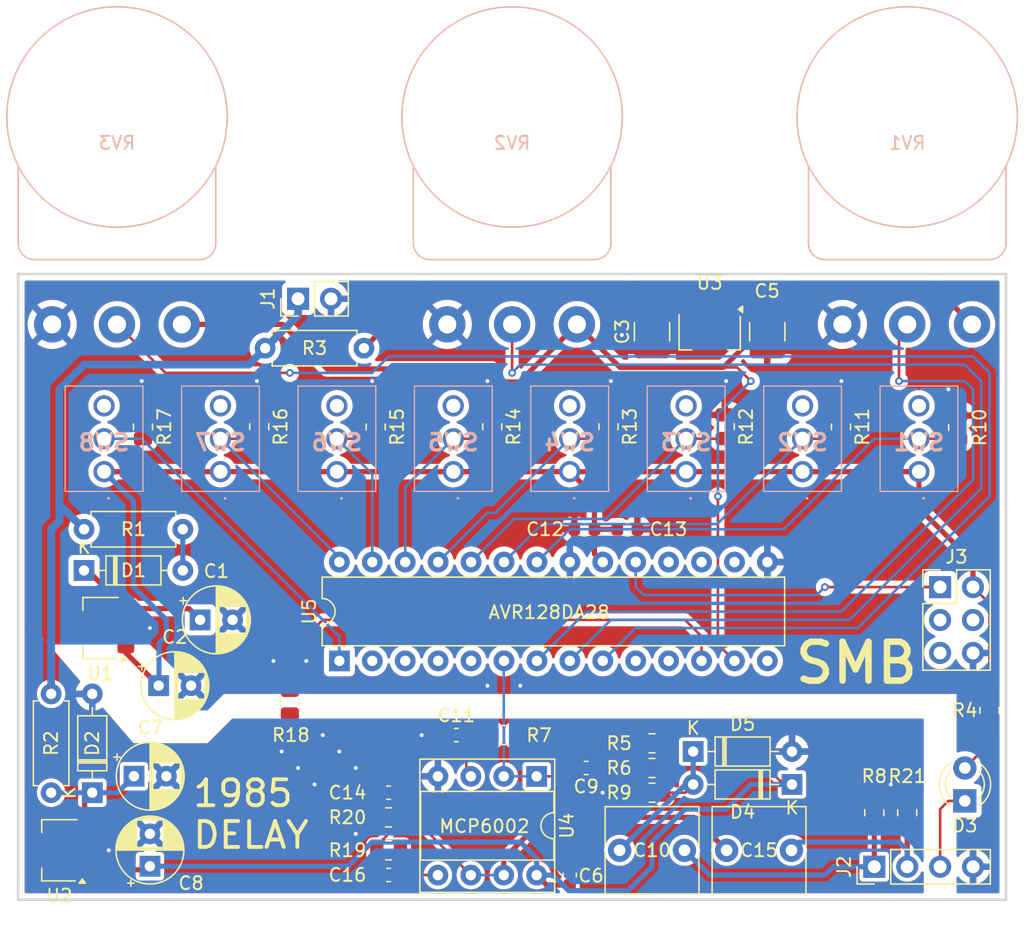
<source format=kicad_pcb>
(kicad_pcb (version 20240108) (generator "pcbnew") (generator_version "8.0")
  (layers (0 "F.Cu" signal) (31 "B.Cu" signal) (34 "B.Paste" user) (35 "F.Paste" user) (36 "B.SilkS" user "B.Silkscreen") (37 "F.SilkS" user "F.Silkscreen") (38 "B.Mask" user) (39 "F.Mask" user) (44 "Edge.Cuts" user))
  (net 0 "")
  (net 1 "GND")
  (net 2 "Net-(D1-K)")
  (net 3 "+5V")
  (net 4 "Net-(U3-IN)")
  (net 5 "+3.3VA")
  (net 6 "+3.3V")
  (net 7 "Net-(D2-K)")
  (net 8 "ADC")
  (net 9 "Net-(C9-Pad1)")
  (net 10 "IN")
  (net 11 "Net-(D4-A)")
  (net 12 "Net-(U4A-+)")
  (net 13 "Net-(U4B--)")
  (net 14 "Net-(C14-Pad1)")
  (net 15 "OUT")
  (net 16 "Net-(U4B-+)")
  (net 17 "Net-(D1-A)")
  (net 18 "LED SW")
  (net 19 "Net-(D3-A)")
  (net 20 "PWR IN")
  (net 22 "Net-(J3-DATA)")
  (net 25 "Net-(SW1-B)")
  (net 26 "Net-(SW2-B)")
  (net 27 "Net-(SW3-B)")
  (net 28 "Net-(SW4-B)")
  (net 29 "Net-(SW5-B)")
  (net 30 "Net-(SW6-B)")
  (net 31 "Net-(SW7-B)")
  (net 32 "Net-(SW8-B)")
  (net 33 "DAC")
  (net 34 "CTRL 1")
  (net 35 "CTRL 2")
  (net 36 "CTRL 3")
  (footprint "Resistor_SMD:R_0805_2012Metric" (layer "F.Cu") (at 190.473094 62.589558 -90)
    (property "Reference" "R11")
    (property "Value" "22k")
  )
  (footprint "Connector_PinHeader_2.54mm:PinHeader_2x03_P2.54mm_Vertical" (layer "F.Cu") (at 198.115 74.945)
    (property "Reference" "J3")
    (property "Value" "AVR-UPDI-6")
  )
  (footprint "Package_TO_SOT_SMD:SOT-89-3" (layer "F.Cu") (at 130.175 95.25 180)
    (property "Reference" "U2")
    (property "Value" "L78L33")
  )
  (footprint "Capacitor_SMD:C_0603_1608Metric" (layer "F.Cu") (at 170.815 88.9 180)
    (property "Reference" "C9")
    (property "Value" "10n")
  )
  (footprint "Resistor_SMD:R_0805_2012Metric" (layer "F.Cu") (at 163.56595 62.572343 -90)
    (property "Reference" "R14")
    (property "Value" "22k")
  )
  (footprint "LED_THT:LED_D3.0mm" (layer "F.Cu") (at 200.025 91.44 90)
    (property "Reference" "D3")
    (property "Value" "LED")
  )
  (footprint "Resistor_THT:R_Axial_DIN0207_L6.3mm_D2.5mm_P7.62mm_Horizontal" (layer "F.Cu") (at 129.54 83.185 -90)
    (property "Reference" "R2")
    (property "Value" "100R")
  )
  (footprint "Resistor_SMD:R_0805_2012Metric" (layer "F.Cu") (at 155.575 95.25)
    (property "Reference" "R19")
    (property "Value" "22k")
  )
  (footprint "Capacitor_SMD:C_0603_1608Metric" (layer "F.Cu") (at 155.575 90.805)
    (property "Reference" "C14")
    (property "Value" "10n")
  )
  (footprint "Resistor_SMD:R_0805_2012Metric" (layer "F.Cu") (at 136.624375 62.589558 -90)
    (property "Reference" "R17")
    (property "Value" "22k")
  )
  (footprint "Capacitor_THT:CP_Radial_D5.0mm_P2.50mm" (layer "F.Cu") (at 137.835 82.55)
    (property "Reference" "C2")
    (property "Value" "47u")
  )
  (footprint "Connector_PinHeader_2.54mm:PinHeader_1x02_P2.54mm_Vertical" (layer "F.Cu") (at 148.59 52.705 90)
    (property "Reference" "J1")
    (property "Value" "PWR")
  )
  (footprint "Resistor_SMD:R_0805_2012Metric" (layer "F.Cu") (at 199.511002 62.623989 -90)
    (property "Reference" "R10")
    (property "Value" "22k")
  )
  (footprint "Capacitor_SMD:C_0603_1608Metric" (layer "F.Cu") (at 170.675 70.485 180)
    (property "Reference" "C12")
    (property "Value" "100n")
  )
  (footprint "Resistor_SMD:R_0805_2012Metric" (layer "F.Cu") (at 201.93 84.455 -90)
    (property "Reference" "R4")
    (property "Value" "1k")
  )
  (footprint "Resistor_THT:R_Axial_DIN0207_L6.3mm_D2.5mm_P7.62mm_Horizontal" (layer "F.Cu") (at 146.05 56.515)
    (property "Reference" "R3")
    (property "Value" "100R")
  )
  (footprint "Diode_THT:D_DO-35_SOD27_P7.62mm_Horizontal" (layer "F.Cu") (at 132.715 90.805 90)
    (property "Reference" "D2")
    (property "Value" "D")
  )
  (footprint "Package_TO_SOT_SMD:SOT-89-3" (layer "F.Cu") (at 180.34 55.29 -90)
    (property "Reference" "U3")
    (property "Value" "L78L33")
  )
  (footprint "Capacitor_THT:CP_Radial_D5.0mm_P2.50mm" (layer "F.Cu") (at 137.16 96.48 90)
    (property "Reference" "C8")
    (property "Value" "47u")
  )
  (footprint "Resistor_SMD:R_0805_2012Metric" (layer "F.Cu") (at 175.895 90.805 180)
    (property "Reference" "R9")
    (property "Value" "1M")
  )
  (footprint "Diode_THT:D_DO-35_SOD27_P7.62mm_Horizontal" (layer "F.Cu") (at 186.69 90.17 180)
    (property "Reference" "D4")
    (property "Value" "BAT43")
  )
  (footprint "Capacitor_SMD:C_0603_1608Metric" (layer "F.Cu") (at 155.575 97.155 180)
    (property "Reference" "C16")
    (property "Value" "1n2")
  )
  (footprint "Resistor_SMD:R_0805_2012Metric" (layer "F.Cu") (at 175.895 86.995)
    (property "Reference" "R5")
    (property "Value" "1M")
  )
  (footprint "Capacitor_THT:CP_Radial_D5.0mm_P2.50mm" (layer "F.Cu") (at 135.93 89.535)
    (property "Reference" "C7")
    (property "Value" "47u")
  )
  (footprint "Package_DIP:DIP-28_W7.62mm" (layer "F.Cu") (at 151.775 80.635 90)
    (property "Reference" "U5")
    (property "Value" "AVR128DA28x-xSP")
  )
  (footprint "Capacitor_SMD:C_1210_3225Metric" (layer "F.Cu") (at 184.785 55.245 90)
    (property "Reference" "C5")
    (property "Value" "1u")
  )
  (footprint "Capacitor_SMD:C_1210_3225Metric" (layer "F.Cu") (at 175.895 55.245 90)
    (property "Reference" "C3")
    (property "Value" "1u")
  )
  (footprint "Connector_PinHeader_2.54mm:PinHeader_1x04_P2.54mm_Vertical" (layer "F.Cu") (at 193.04 96.52 90)
    (property "Reference" "J2")
    (property "Value" "Conn_01x04")
  )
  (footprint "Resistor_SMD:R_0805_2012Metric" (layer "F.Cu") (at 175.895 88.9 180)
    (property "Reference" "R6")
    (property "Value" "9k1")
  )
  (footprint "Resistor_SMD:R_0805_2012Metric" (layer "F.Cu") (at 147.955 83.82 -90)
    (property "Reference" "R18")
    (property "Value" "9k1")
  )
  (footprint "Resistor_SMD:R_0805_2012Metric" (layer "F.Cu") (at 164.465 86.36 180)
    (property "Reference" "R7")
    (property "Value" "22k")
  )
  (footprint "Capacitor_SMD:C_0603_1608Metric" (layer "F.Cu") (at 160.795 86.36 180)
    (property "Reference" "C11")
    (property "Value" "1n2")
  )
  (footprint "Capacitor_SMD:C_0603_1608Metric" (layer "F.Cu") (at 169.545 97.155 90)
    (property "Reference" "C6")
    (property "Value" "10n")
  )
  (footprint "Capacitor_THT:CP_Radial_D5.0mm_P2.50mm" (layer "F.Cu") (at 141.034888 77.47)
    (property "Reference" "C1")
    (property "Value" "47u")
  )
  (footprint "Capacitor_THT:C_Rect_L7.0mm_W6.5mm_P5.00mm" (layer "F.Cu") (at 181.65 95.25)
    (property "Reference" "C15")
    (property "Value" "1u")
  )
  (footprint "Resistor_SMD:R_0805_2012Metric" (layer "F.Cu") (at 193.04 92.3525 90)
    (property "Reference" "R8")
    (property "Value" "1M")
  )
  (footprint "Capacitor_THT:C_Rect_L7.0mm_W6.5mm_P5.00mm" (layer "F.Cu") (at 178.395 95.25 180)
    (property "Reference" "C10")
    (property "Value" "1u")
  )
  (footprint "Capacitor_SMD:C_0603_1608Metric" (layer "F.Cu") (at 173.99 70.485)
    (property "Reference" "C13")
    (property "Value" "1n")
  )
  (footprint "Resistor_SMD:R_0805_2012Metric" (layer "F.Cu") (at 155.575 92.71 180)
    (property "Reference" "R20")
    (property "Value" "1M")
  )
  (footprint "Resistor_SMD:R_0805_2012Metric" (layer "F.Cu") (at 181.504046 62.572343 -90)
    (property "Reference" "R12")
    (property "Value" "22k")
  )
  (footprint "Diode_THT:D_DO-35_SOD27_P7.62mm_Horizontal" (layer "F.Cu") (at 179.07 87.63)
    (property "Reference" "D5")
    (property "Value" "BAT43")
  )
  (footprint "Package_TO_SOT_SMD:SOT-89-3" (layer "F.Cu") (at 133.35 78.105 180)
    (property "Reference" "U1")
    (property "Value" "L78L05")
  )
  (footprint "Resistor_SMD:R_0805_2012Metric" (layer "F.Cu") (at 145.593423 62.572343 -90)
    (property "Reference" "R16")
    (property "Value" "22k")
  )
  (footprint "Resistor_SMD:R_0805_2012Metric" (layer "F.Cu") (at 154.579686 62.589558 -90)
    (property "Reference" "R15")
    (property "Value" "22k")
  )
  (footprint "Resistor_THT:R_Axial_DIN0207_L6.3mm_D2.5mm_P7.62mm_Horizontal" (layer "F.Cu") (at 132.08 70.485)
    (property "Reference" "R1")
    (property "Value" "100R")
  )
  (footprint "Package_DIP:DIP-8_W7.62mm_Socket" (layer "F.Cu") (at 166.995 89.545 -90)
    (property "Reference" "U4")
    (property "Value" "MCP6002-xP")
  )
  (footprint "Resistor_SMD:R_0805_2012Metric" (layer "F.Cu") (at 195.58 92.3525 90)
    (property "Reference" "R21")
    (property "Value" "1M")
  )
  (footprint "Resistor_SMD:R_0805_2012Metric" (layer "F.Cu") (at 172.534998 62.572343 -90)
    (property "Reference" "R13")
    (property "Value" "22k")
  )
  (footprint "Diode_THT:D_DO-35_SOD27_P7.62mm_Horizontal" (layer "F.Cu") (at 132.08 73.66)
    (property "Reference" "D1")
    (property "Value" "D")
  )
  (footprint "SPDT Switch:2MS1T1B3M2QES" (layer "B.Cu") (at 196.487144 66.04 180)
    (property "Reference" "SW1")
    (property "Value" "SW_SPDT" (hide yes))
  )
  (footprint "POT_ALPHA:RV16AF-41" (layer "B.Cu") (at 195.58 38.68 180)
    (property "Reference" "RV1")
    (property "Value" "100k CTRL1")
  )
  (footprint "SPDT Switch:2MS1T1B3M2QES" (layer "B.Cu") (at 178.525714 66.04 180)
    (property "Reference" "SW3")
    (property "Value" "SW_SPDT" (hide yes))
  )
  (footprint "POT_ALPHA:RV16AF-41" (layer "B.Cu") (at 134.62 38.68 180)
    (property "Reference" "RV3")
    (property "Value" "100k CTRL1")
  )
  (footprint "SPDT Switch:2MS1T1B3M2QES" (layer "B.Cu") (at 133.622144 66.04 180)
    (property "Reference" "SW8")
    (property "Value" "SW_SPDT" (hide yes))
  )
  (footprint "SPDT Switch:2MS1T1B3M2QES" (layer "B.Cu") (at 187.506428 66.04 180)
    (property "Reference" "SW2")
    (property "Value" "SW_SPDT" (hide yes))
  )
  (footprint "POT_ALPHA:RV16AF-41" (layer "B.Cu") (at 165.1 38.68 180)
    (property "Reference" "RV2")
    (property "Value" "100k CTRL1")
  )
  (footprint "SPDT Switch:2MS1T1B3M2QES" (layer "B.Cu") (at 142.602858 66.04 180)
    (property "Reference" "SW7")
    (property "Value" "SW_SPDT" (hide yes))
  )
  (footprint "SPDT Switch:2MS1T1B3M2QES" (layer "B.Cu") (at 169.545 66.04 180)
    (property "Reference" "SW4")
    (property "Value" "SW_SPDT" (hide yes))
  )
  (footprint "SPDT Switch:2MS1T1B3M2QES" (layer "B.Cu") (at 160.564286 66.04 180)
    (property "Reference" "SW5")
    (property "Value" "SW_SPDT" (hide yes))
  )
  (footprint "SPDT Switch:2MS1T1B3M2QES" (layer "B.Cu") (at 151.583572 66.04 180)
    (property "Reference" "SW6")
    (property "Value" "SW_SPDT" (hide yes))
  )
  (gr_rect (start 127 50.8) (end 203.2 99.06) (stroke (width 0.2)) (fill none) (layer "Edge.Cuts"))
  (gr_text "MCP6002" (at 159.385 93.98 0) (layer "F.SilkS") (effects (font (size 1 1)) (justify left bottom)))
  (gr_text "1985\nDELAY" (at 140.335 95.25 0) (layer "F.SilkS") (effects (font (size 2 2) (thickness 0.3)) (justify left bottom)))
  (gr_text "SMB" (at 186.69 82.55 0) (layer "F.SilkS") (effects (font (size 3 3) (thickness 0.5) (bold yes)) (justify left bottom)))
  (gr_text "AVR128DA28" (at 163.195 77.47 0) (layer "F.SilkS") (effects (font (size 1 1)) (justify left bottom)))
  (via (at 136.525 59.055) (size 0.6) (drill 0.3) (layers "F.Cu" "B.Cu") (net 1))
  (via (at 154.305 59.055) (size 0.6) (drill 0.3) (layers "F.Cu" "B.Cu") (net 1))
  (via (at 133.985 95.25) (size 0.6) (drill 0.3) (layers "F.Cu" "B.Cu") (net 1))
  (via (at 145.415 59.055) (size 0.6) (drill 0.3) (layers "F.Cu" "B.Cu") (net 1))
  (via (at 190.5 59.055) (size 0.6) (drill 0.3) (layers "F.Cu" "B.Cu") (net 1))
  (via (at 148.59 88.9) (size 0.6) (drill 0.3) (layers "F.Cu" "B.Cu") (net 1))
  (via (at 146.685 80.645) (size 0.6) (drill 0.3) (layers "F.Cu" "B.Cu") (net 1))
  (via (at 153.035 93.98) (size 0.6) (drill 0.3) (layers "F.Cu" "B.Cu") (net 1))
  (via (at 163.195 82.55) (size 0.6) (drill 0.3) (layers "F.Cu" "B.Cu") (net 1))
  (via (at 158.115 86.36) (size 0.6) (drill 0.3) (layers "F.Cu" "B.Cu") (net 1))
  (via (at 173.563207 55.49641) (size 0.6) (drill 0.3) (layers "F.Cu" "B.Cu") (net 1))
  (via (at 172.72 59.055) (size 0.6) (drill 0.3) (layers "F.Cu" "B.Cu") (net 1))
  (via (at 151.765 87.63) (size 0.6) (drill 0.3) (layers "F.Cu" "B.Cu") (net 1))
  (via (at 198.755 59.69) (size 0.6) (drill 0.3) (layers "F.Cu" "B.Cu") (net 1))
  (via (at 163.195 59.055) (size 0.6) (drill 0.3) (layers "F.Cu" "B.Cu") (net 1))
  (via (at 150.495 86.36) (size 0.6) (drill 0.3) (layers "F.Cu" "B.Cu") (net 1))
  (via (at 149.225 80.645) (size 0.6) (drill 0.3) (layers "F.Cu" "B.Cu") (net 1))
  (via (at 194.31 90.17) (size 0.6) (drill 0.3) (layers "F.Cu" "B.Cu") (net 1))
  (via (at 137.16 78.105) (size 0.6) (drill 0.3) (layers "F.Cu" "B.Cu") (net 1))
  (via (at 172.085 90.805) (size 0.6) (drill 0.3) (layers "F.Cu" "B.Cu") (net 1))
  (via (at 153.035 88.9) (size 0.6) (drill 0.3) (layers "F.Cu" "B.Cu") (net 1))
  (via (at 165.735 82.55) (size 0.6) (drill 0.3) (layers "F.Cu" "B.Cu") (net 1))
  (via (at 147.32 87.63) (size 0.6) (drill 0.3) (layers "F.Cu" "B.Cu") (net 1))
  (via (at 181.61 59.055) (size 0.6) (drill 0.3) (layers "F.Cu" "B.Cu") (net 1))
  (via (at 149.86 90.17) (size 0.6) (drill 0.3) (layers "F.Cu" "B.Cu") (net 1))
  (segment (start 132.355 73.66) (end 132.08 73.66) (width 0.4) (layer "F.Cu") (net 2))
  (segment (start 135.3 76.605) (end 132.355 73.66) (width 0.4) (layer "F.Cu") (net 2))
  (segment (start 135.3 76.605) (end 140.169888 76.605) (width 0.4) (layer "F.Cu") (net 2))
  (segment (start 140.169888 76.605) (end 141.034888 77.47) (width 0.4) (layer "F.Cu") (net 2))
  (segment (start 171.45 72.37) (end 171.45 70.485) (width 0.4) (layer "F.Cu") (net 3))
  (segment (start 160.564286 66.04) (end 169.545 66.04) (width 0.4) (layer "F.Cu") (net 3))
  (segment (start 201.93 76.22) (end 200.655 74.945) (width 0.2) (layer "F.Cu") (net 3))
  (segment (start 169.545 66.04) (end 178.525714 66.04) (width 0.4) (layer "F.Cu") (net 3))
  (segment (start 187.506428 66.04) (end 196.487144 66.04) (width 0.4) (layer "F.Cu") (net 3))
  (segment (start 151.583572 66.04) (end 160.564286 66.04) (width 0.4) (layer "F.Cu") (net 3))
  (segment (start 196.487144 66.04) (end 196.487144 68.852144) (width 0.4) (layer "F.Cu") (net 3))
  (segment (start 171.45 70.485) (end 171.45 67.945) (width 0.4) (layer "F.Cu") (net 3))
  (segment (start 133.622144 66.04) (end 142.602858 66.04) (width 0.4) (layer "F.Cu") (net 3))
  (segment (start 171.45 67.945) (end 169.545 66.04) (width 0.4) (layer "F.Cu") (net 3))
  (segment (start 135.3 79.605) (end 135.3 80.015) (width 0.4) (layer "F.Cu") (net 3))
  (segment (start 173.215 70.485) (end 171.45 70.485) (width 0.4) (layer "F.Cu") (net 3))
  (segment (start 200.655 73.03) (end 200.655 74.945) (width 0.4) (layer "F.Cu") (net 3))
  (segment (start 196.487144 68.852144) (end 200.66 73.025) (width 0.4) (layer "F.Cu") (net 3))
  (segment (start 135.3 80.015) (end 137.835 82.55) (width 0.4) (layer "F.Cu") (net 3))
  (segment (start 142.602858 66.04) (end 151.583572 66.04) (width 0.4) (layer "F.Cu") (net 3))
  (segment (start 200.66 73.025) (end 200.655 73.03) (width 0.4) (layer "F.Cu") (net 3))
  (segment (start 201.93 83.5425) (end 201.93 76.22) (width 0.2) (layer "F.Cu") (net 3))
  (segment (start 172.095 73.015) (end 171.45 72.37) (width 0.4) (layer "F.Cu") (net 3))
  (segment (start 178.525714 66.04) (end 187.506428 66.04) (width 0.4) (layer "F.Cu") (net 3))
  (segment (start 137.86 82.525) (end 137.86 79.31) (width 0.4) (layer "B.Cu") (net 3))
  (segment (start 135.89 68.307856) (end 133.622144 66.04) (width 0.4) (layer "B.Cu") (net 3))
  (segment (start 138.43 78.74) (end 138.43 77.47) (width 0.4) (layer "B.Cu") (net 3))
  (segment (start 137.835 82.55) (end 137.86 82.525) (width 0.4) (layer "B.Cu") (net 3))
  (segment (start 138.43 77.47) (end 135.89 74.93) (width 0.4) (layer "B.Cu") (net 3))
  (segment (start 137.86 79.31) (end 138.43 78.74) (width 0.4) (layer "B.Cu") (net 3))
  (segment (start 135.89 74.93) (end 135.89 68.307856) (width 0.4) (layer "B.Cu") (net 3))
  (segment (start 158.685 51.5) (end 153.67 56.515) (width 0.4) (layer "F.Cu") (net 4))
  (segment (start 178.84 53.34) (end 176.325 53.34) (width 0.4) (layer "F.Cu") (net 4))
  (segment (start 173.625 51.5) (end 158.685 51.5) (width 0.4) (layer "F.Cu") (net 4))
  (segment (start 176.325 53.34) (end 175.895 53.77) (width 0.4) (layer "F.Cu") (net 4))
  (segment (start 175.895 53.77) (end 173.625 51.5) (width 0.4) (layer "F.Cu") (net 4))
  (segment (start 163.522991 58.112991) (end 164.53 59.12) (width 0.4) (layer "F.Cu") (net 5))
  (segment (start 181.84 53.34) (end 183.515 53.34) (width 0.4) (layer "F.Cu") (net 5))
  (segment (start 181.395 58) (end 183.035 56.36) (width 0.4) (layer "F.Cu") (net 5))
  (segment (start 164.53 59.12) (end 165.66 59.12) (width 0.4) (layer "F.Cu") (net 5))
  (segment (start 182.46 58) (end 181.395 58) (width 0.2) (layer "F.Cu") (net 5))
  (segment (start 147.39 54.68) (end 150.822991 58.112991) (width 0.4) (layer "F.Cu") (net 5))
  (segment (start 183.035 56.36) (end 183.035 53.82) (width 0.4) (layer "F.Cu") (net 5))
  (segment (start 170.1 54.68) (end 173.42 58) (width 0.4) (layer "F.Cu") (net 5))
  (segment (start 173.42 58) (end 181.395 58) (width 0.4) (layer "F.Cu") (net 5))
  (segment (start 182.255 80.635) (end 180.975 79.355) (width 0.2) (layer "F.Cu") (net 5))
  (segment (start 183.035 53.82) (end 183.515 53.34) (width 0.4) (layer "F.Cu") (net 5))
  (segment (start 150.822991 58.112991) (end 163.522991 58.112991) (width 0.4) (layer "F.Cu") (net 5))
  (segment (start 139.62 54.68) (end 147.39 54.68) (width 0.4) (layer "F.Cu") (net 5))
  (segment (start 183.515 53.34) (end 184.355 53.34) (width 0.4) (layer "F.Cu") (net 5))
  (segment (start 184.785 53.77) (end 187.055 51.5) (width 0.4) (layer "F.Cu") (net 5))
  (segment (start 187.055 51.5) (end 197.4 51.5) (width 0.4) (layer "F.Cu") (net 5))
  (segment (start 183.515 59.055) (end 182.46 58) (width 0.2) (layer "F.Cu") (net 5))
  (segment (start 180.975 79.355) (end 180.975 67.945) (width 0.2) (layer "F.Cu") (net 5))
  (segment (start 165.66 59.12) (end 170.1 54.68) (width 0.4) (layer "F.Cu") (net 5))
  (segment (start 184.355 53.34) (end 184.785 53.77) (width 0.4) (layer "F.Cu") (net 5))
  (segment (start 197.4 51.5) (end 200.58 54.68) (width 0.4) (layer "F.Cu") (net 5))
  (via (at 180.975 67.945) (size 0.6) (drill 0.3) (layers "F.Cu" "B.Cu") (net 5))
  (via (at 183.515 59.055) (size 0.6) (drill 0.3) (layers "F.Cu" "B.Cu") (net 5))
  (segment (start 180.975 67.945) (end 180.975 61.595) (width 0.2) (layer "B.Cu") (net 5))
  (segment (start 180.975 61.595) (end 183.515 59.055) (width 0.2) (layer "B.Cu") (net 5))
  (segment (start 174.9825 86.0025) (end 175.26 85.725) (width 0.2) (layer "F.Cu") (net 6))
  (segment (start 136.89 96.75) (end 137.16 96.48) (width 0.4) (layer "F.Cu") (net 6))
  (segment (start 175.26 85.725) (end 181.61 85.725) (width 0.2) (layer "F.Cu") (net 6))
  (segment (start 132.125 96.75) (end 136.89 96.75) (width 0.4) (layer "F.Cu") (net 6))
  (segment (start 186.055 90.17) (end 186.69 90.17) (width 0.2) (layer "F.Cu") (net 6))
  (segment (start 181.61 85.725) (end 186.055 90.17) (width 0.2) (layer "F.Cu") (net 6))
  (segment (start 169.545 97.93) (end 167.76 97.93) (width 0.4) (layer "F.Cu") (net 6))
  (segment (start 174.9825 86.995) (end 174.9825 86.0025) (width 0.2) (layer "F.Cu") (net 6))
  (segment (start 167.76 97.93) (end 166.995 97.165) (width 0.4) (layer "F.Cu") (net 6))
  (segment (start 166.995 95.895) (end 167.005 95.885) (width 0.4) (layer "B.Cu") (net 6))
  (segment (start 165.735 94.615) (end 154.305 94.615) (width 0.4) (layer "B.Cu") (net 6))
  (segment (start 168.265 97.165) (end 169.46 98.36) (width 0.4) (layer "B.Cu") (net 6))
  (segment (start 166.995 97.165) (end 166.995 95.895) (width 0.4) (layer "B.Cu") (net 6))
  (segment (start 167.005 95.885) (end 165.735 94.615) (width 0.4) (layer "B.Cu") (net 6))
  (segment (start 178.435 92.075) (end 181.61 92.075) (width 0.4) (layer "B.Cu") (net 6))
  (segment (start 166.995 97.165) (end 168.265 97.165) (width 0.4) (layer "B.Cu") (net 6))
  (segment (start 183.515 90.17) (end 186.69 90.17) (width 0.4) (layer "B.Cu") (net 6))
  (segment (start 175.895 94.615) (end 178.435 92.075) (width 0.4) (layer "B.Cu") (net 6))
  (segment (start 174.055 98.36) (end 175.895 96.52) (width 0.4) (layer "B.Cu") (net 6))
  (segment (start 152.44 96.48) (end 137.16 96.48) (width 0.4) (layer "B.Cu") (net 6))
  (segment (start 154.305 94.615) (end 152.44 96.48) (width 0.4) (layer "B.Cu") (net 6))
  (segment (start 181.61 92.075) (end 183.515 90.17) (width 0.4) (layer "B.Cu") (net 6))
  (segment (start 175.895 96.52) (end 175.895 94.615) (width 0.4) (layer "B.Cu") (net 6))
  (segment (start 169.46 98.36) (end 174.055 98.36) (width 0.4) (layer "B.Cu") (net 6))
  (segment (start 132.125 91.395) (end 132.715 90.805) (width 0.4) (layer "F.Cu") (net 7))
  (segment (start 132.125 93.75) (end 132.125 91.395) (width 0.4) (layer "F.Cu") (net 7))
  (segment (start 132.715 90.805) (end 134.66 90.805) (width 0.4) (layer "B.Cu") (net 7))
  (segment (start 134.66 90.805) (end 135.93 89.535) (width 0.4) (layer "B.Cu") (net 7))
  (segment (start 132.715 90.805) (end 129.54 90.805) (width 0.4) (layer "B.Cu") (net 7))
  (segment (start 169.395 89.545) (end 170.04 88.9) (width 0.2) (layer "F.Cu") (net 8))
  (segment (start 166.995 89.545) (end 169.395 89.545) (width 0.2) (layer "F.Cu") (net 8))
  (segment (start 164.455 80.655) (end 164.475 80.635) (width 0.2) (layer "B.Cu") (net 8))
  (segment (start 166.995 89.545) (end 164.455 89.545) (width 0.2) (layer "B.Cu") (net 8))
  (segment (start 164.455 89.545) (end 164.455 80.655) (width 0.2) (layer "B.Cu") (net 8))
  (segment (start 169.05 86.36) (end 171.59 88.9) (width 0.2) (layer "F.Cu") (net 9))
  (segment (start 165.3775 86.36) (end 169.05 86.36) (width 0.2) (layer "F.Cu") (net 9))
  (segment (start 174.9825 88.9) (end 171.59 88.9) (width 0.2) (layer "F.Cu") (net 9))
  (segment (start 193.04 96.52) (end 193.04 93.265) (width 0.4) (layer "F.Cu") (net 10))
  (segment (start 189.865 96.52) (end 189.23 97.155) (width 0.4) (layer "B.Cu") (net 10))
  (segment (start 179.705 96.52) (end 179.665 96.52) (width 0.4) (layer "B.Cu") (net 10))
  (segment (start 189.23 97.155) (end 180.34 97.155) (width 0.4) (layer "B.Cu") (net 10))
  (segment (start 193.04 96.52) (end 189.865 96.52) (width 0.4) (layer "B.Cu") (net 10))
  (segment (start 180.34 97.155) (end 179.705 96.52) (width 0.4) (layer "B.Cu") (net 10))
  (segment (start 179.665 96.52) (end 178.395 95.25) (width 0.4) (layer "B.Cu") (net 10))
  (segment (start 176.8075 90.805) (end 176.8075 86.995) (width 0.2) (layer "F.Cu") (net 11))
  (segment (start 176.8075 90.805) (end 178.435 90.805) (width 0.2) (layer "F.Cu") (net 11))
  (segment (start 178.435 90.805) (end 179.07 90.17) (width 0.2) (layer "F.Cu") (net 11))
  (segment (start 173.395 95.25) (end 178.475 90.17) (width 0.4) (layer "B.Cu") (net 11))
  (segment (start 178.475 90.17) (end 179.07 90.17) (width 0.4) (layer "B.Cu") (net 11))
  (segment (start 179.07 87.63) (end 179.07 90.17) (width 0.4) (layer "B.Cu") (net 11))
  (segment (start 161.57 86.36) (end 161.57 89.2) (width 0.2) (layer "F.Cu") (net 12))
  (segment (start 161.57 89.2) (end 161.915 89.545) (width 0.2) (layer "F.Cu") (net 12))
  (segment (start 163.5525 86.36) (end 161.57 86.36) (width 0.2) (layer "F.Cu") (net 12))
  (segment (start 179.11 92.71) (end 181.65 95.25) (width 0.4) (layer "F.Cu") (net 13))
  (segment (start 167.64 92.71) (end 179.11 92.71) (width 0.4) (layer "F.Cu") (net 13))
  (segment (start 156.4875 92.71) (end 157.46 92.71) (width 0.2) (layer "F.Cu") (net 13))
  (segment (start 164.455 95.895) (end 167.64 92.71) (width 0.4) (layer "F.Cu") (net 13))
  (segment (start 156.4875 92.71) (end 156.4875 90.9425) (width 0.2) (layer "F.Cu") (net 13))
  (segment (start 164.455 97.165) (end 164.455 95.895) (width 0.4) (layer "F.Cu") (net 13))
  (segment (start 156.4875 90.9425) (end 156.35 90.805) (width 0.2) (layer "F.Cu") (net 13))
  (segment (start 157.46 92.71) (end 161.915 97.165) (width 0.2) (layer "F.Cu") (net 13))
  (segment (start 164.455 97.165) (end 161.915 97.165) (width 0.2) (layer "B.Cu") (net 13))
  (segment (start 147.955 84.7325) (end 147.955 85.725) (width 0.2) (layer "F.Cu") (net 14))
  (segment (start 154.6625 94.8925) (end 155.575 93.98) (width 0.2) (layer "F.Cu") (net 14))
  (segment (start 155.575 93.98) (end 155.575 91.58) (width 0.2) (layer "F.Cu") (net 14))
  (segment (start 147.955 85.725) (end 153.035 90.805) (width 0.2) (layer "F.Cu") (net 14))
  (segment (start 154.6625 95.25) (end 154.6625 94.8925) (width 0.2) (layer "F.Cu") (net 14))
  (segment (start 155.575 91.58) (end 154.8 90.805) (width 0.2) (layer "F.Cu") (net 14))
  (segment (start 153.035 90.805) (end 154.8 90.805) (width 0.2) (layer "F.Cu") (net 14))
  (segment (start 195.58 93.265) (end 195.58 96.52) (width 0.4) (layer "F.Cu") (net 15))
  (segment (start 194.945 94.615) (end 187.285 94.615) (width 0.4) (layer "B.Cu") (net 15))
  (segment (start 195.58 96.52) (end 195.58 95.25) (width 0.4) (layer "B.Cu") (net 15))
  (segment (start 195.58 95.25) (end 194.945 94.615) (width 0.4) (layer "B.Cu") (net 15))
  (segment (start 187.285 94.615) (end 186.65 95.25) (width 0.4) (layer "B.Cu") (net 15))
  (segment (start 159.365 97.155) (end 159.375 97.165) (width 0.2) (layer "F.Cu") (net 16))
  (segment (start 156.35 97.155) (end 156.35 95.3875) (width 0.2) (layer "F.Cu") (net 16))
  (segment (start 156.35 97.155) (end 159.365 97.155) (width 0.2) (layer "F.Cu") (net 16))
  (segment (start 156.35 95.3875) (end 156.4875 95.25) (width 0.2) (layer "F.Cu") (net 16))
  (segment (start 139.7 73.66) (end 139.7 70.485) (width 0.4) (layer "B.Cu") (net 17))
  (segment (start 198.12 92.075) (end 198.12 96.52) (width 0.2) (layer "F.Cu") (net 18))
  (segment (start 198.755 91.44) (end 198.12 92.075) (width 0.2) (layer "F.Cu") (net 18))
  (segment (start 200.025 91.44) (end 198.755 91.44) (width 0.2) (layer "F.Cu") (net 18))
  (segment (start 201.93 85.3675) (end 201.93 86.995) (width 0.2) (layer "F.Cu") (net 19))
  (segment (start 201.93 86.995) (end 200.025 88.9) (width 0.2) (layer "F.Cu") (net 19))
  (segment (start 148.59 53.975) (end 146.05 56.515) (width 0.6) (layer "B.Cu") (net 20))
  (segment (start 130.175 59.69) (end 130.175 68.58) (width 0.6) (layer "B.Cu") (net 20))
  (segment (start 130.175 69.85) (end 129.54 70.485) (width 0.6) (layer "B.Cu") (net 20))
  (segment (start 130.175 68.58) (end 132.08 70.485) (width 0.6) (layer "B.Cu") (net 20))
  (segment (start 129.54 70.485) (end 129.54 83.185) (width 0.6) (layer "B.Cu") (net 20))
  (segment (start 144.78 57.785) (end 132.08 57.785) (width 0.6) (layer "B.Cu") (net 20))
  (segment (start 132.08 57.785) (end 130.175 59.69) (width 0.6) (layer "B.Cu") (net 20))
  (segment (start 130.175 68.58) (end 130.175 69.85) (width 0.6) (layer "B.Cu") (net 20))
  (segment (start 146.05 56.515) (end 144.78 57.785) (width 0.6) (layer "B.Cu") (net 20))
  (segment (start 148.59 52.705) (end 148.59 53.975) (width 0.6) (layer "B.Cu") (net 20))
  (segment (start 189.23 74.945) (end 198.115 74.945) (width 0.2) (layer "F.Cu") (net 22))
  (segment (start 189.215 74.945) (end 189.23 74.945) (width 0.2) (layer "F.Cu") (net 22))
  (via (at 189.23 74.945) (size 0.6) (drill 0.3) (layers "F.Cu" "B.Cu") (net 22))
  (segment (start 174.625 74.93) (end 175.26 75.565) (width 0.2) (layer "B.Cu") (net 22))
  (segment (start 174.635 73.015) (end 174.635 74.92) (width 0.2) (layer "B.Cu") (net 22))
  (segment (start 188.595 75.565) (end 189.215 74.945) (width 0.2) (layer "B.Cu") (net 22))
  (segment (start 175.26 75.565) (end 188.595 75.565) (width 0.2) (layer "B.Cu") (net 22))
  (segment (start 189.215 74.945) (end 189.23 74.945) (width 0.2) (layer "B.Cu") (net 22))
  (segment (start 199.474513 63.5) (end 199.511002 63.536489) (width 0.2) (layer "F.Cu") (net 25))
  (segment (start 196.487144 63.5) (end 199.474513 63.5) (width 0.2) (layer "F.Cu") (net 25))
  (segment (start 186.055 70.485) (end 169.545 70.485) (width 0.2) (layer "B.Cu") (net 25))
  (segment (start 193.04 63.5) (end 186.055 70.485) (width 0.2) (layer "B.Cu") (net 25))
  (segment (start 169.545 70.485) (end 167.015 73.015) (width 0.2) (layer "B.Cu") (net 25))
  (segment (start 196.487144 63.5) (end 193.04 63.5) (width 0.2) (layer "B.Cu") (net 25))
  (segment (start 187.506428 63.5) (end 190.471036 63.5) (width 0.2) (layer "F.Cu") (net 26))
  (segment (start 190.471036 63.5) (end 190.473094 63.502058) (width 0.2) (layer "F.Cu") (net 26))
  (segment (start 180.921428 70.085) (end 167.405 70.085) (width 0.2) (layer "B.Cu") (net 26))
  (segment (start 187.506428 63.5) (end 180.921428 70.085) (width 0.2) (layer "B.Cu") (net 26))
  (segment (start 167.405 70.085) (end 164.475 73.015) (width 0.2) (layer "B.Cu") (net 26))
  (segment (start 181.488889 63.5) (end 181.504046 63.484843) (width 0.2) (layer "F.Cu") (net 27))
  (segment (start 178.525714 63.5) (end 181.488889 63.5) (width 0.2) (layer "F.Cu") (net 27))
  (segment (start 172.340714 69.685) (end 165.265 69.685) (width 0.2) (layer "B.Cu") (net 27))
  (segment (start 178.525714 63.5) (end 172.340714 69.685) (width 0.2) (layer "B.Cu") (net 27))
  (segment (start 165.265 69.685) (end 161.935 73.015) (width 0.2) (layer "B.Cu") (net 27))
  (segment (start 169.545 63.5) (end 172.519841 63.5) (width 0.2) (layer "F.Cu") (net 28))
  (segment (start 172.519841 63.5) (end 172.534998 63.484843) (width 0.2) (layer "F.Cu") (net 28))
  (segment (start 169.545 63.5) (end 163.83 69.215) (width 0.2) (layer "B.Cu") (net 28))
  (segment (start 163.83 69.215) (end 163.195 69.215) (width 0.2) (layer "B.Cu") (net 28))
  (segment (start 163.195 69.215) (end 159.395 73.015) (width 0.2) (layer "B.Cu") (net 28))
  (segment (start 160.564286 63.5) (end 163.550793 63.5) (width 0.2) (layer "F.Cu") (net 29))
  (segment (start 163.550793 63.5) (end 163.56595 63.484843) (width 0.2) (layer "F.Cu") (net 29))
  (segment (start 156.855 67.209286) (end 156.855 73.015) (width 0.2) (layer "B.Cu") (net 29))
  (segment (start 160.564286 63.5) (end 156.855 67.209286) (width 0.2) (layer "B.Cu") (net 29))
  (segment (start 154.577628 63.5) (end 154.579686 63.502058) (width 0.2) (layer "F.Cu") (net 30))
  (segment (start 151.583572 63.5) (end 154.577628 63.5) (width 0.2) (layer "F.Cu") (net 30))
  (segment (start 151.583572 63.5) (end 154.315 66.231428) (width 0.2) (layer "B.Cu") (net 30))
  (segment (start 154.315 66.231428) (end 154.315 73.015) (width 0.2) (layer "B.Cu") (net 30))
  (segment (start 145.578266 63.5) (end 145.593423 63.484843) (width 0.2) (layer "F.Cu") (net 31))
  (segment (start 142.602858 63.5) (end 145.578266 63.5) (width 0.2) (layer "F.Cu") (net 31))
  (segment (start 151.775 72.672142) (end 151.775 73.015) (width 0.2) (layer "B.Cu") (net 31))
  (segment (start 142.602858 63.5) (end 151.775 72.672142) (width 0.2) (layer "B.Cu") (net 31))
  (segment (start 136.622317 63.5) (end 136.624375 63.502058) (width 0.2) (layer "F.Cu") (net 32))
  (segment (start 133.622144 63.5) (end 136.622317 63.5) (width 0.2) (layer "F.Cu") (net 32))
  (segment (start 133.622144 63.5) (end 136.525 63.5) (width 0.2) (layer "B.Cu") (net 32))
  (segment (start 136.525 63.5) (end 151.775 78.75) (width 0.2) (layer "B.Cu") (net 32))
  (segment (start 151.775 78.75) (end 151.775 80.635) (width 0.2) (layer "B.Cu") (net 32))
  (segment (start 179.715 78.75) (end 178.435 77.47) (width 0.2) (layer "F.Cu") (net 33))
  (segment (start 178.435 77.47) (end 150.495 77.47) (width 0.2) (layer "F.Cu") (net 33))
  (segment (start 147.955 80.01) (end 147.955 82.9075) (width 0.2) (layer "F.Cu") (net 33))
  (segment (start 179.715 80.635) (end 179.715 78.75) (width 0.2) (layer "F.Cu") (net 33))
  (segment (start 150.495 77.47) (end 147.955 80.01) (width 0.2) (layer "F.Cu") (net 33))
  (segment (start 194.945 59.055) (end 194.945 55.315) (width 0.2) (layer "F.Cu") (net 34))
  (segment (start 194.945 55.315) (end 195.58 54.68) (width 0.2) (layer "F.Cu") (net 34))
  (via (at 194.945 59.055) (size 0.6) (drill 0.3) (layers "F.Cu" "B.Cu") (net 34))
  (segment (start 200.025 59.055) (end 194.945 59.055) (width 0.2) (layer "B.Cu") (net 34))
  (segment (start 167.015 80.635) (end 170.815 76.835) (width 0.2) (layer "B.Cu") (net 34))
  (segment (start 200.66 59.69) (end 200.025 59.055) (width 0.2) (layer "B.Cu") (net 34))
  (segment (start 200.66 66.675) (end 200.66 59.69) (width 0.2) (layer "B.Cu") (net 34))
  (segment (start 170.815 76.835) (end 190.5 76.835) (width 0.2) (layer "B.Cu") (net 34))
  (segment (start 190.5 76.835) (end 200.66 66.675) (width 0.2) (layer "B.Cu") (net 34))
  (segment (start 165.1 58.42) (end 165.1 54.68) (width 0.2) (layer "F.Cu") (net 35))
  (via (at 165.1 58.42) (size 0.6) (drill 0.3) (layers "F.Cu" "B.Cu") (net 35))
  (segment (start 201.295 67.31) (end 201.295 59.055) (width 0.2) (layer "B.Cu") (net 35))
  (segment (start 191.135 77.47) (end 201.295 67.31) (width 0.2) (layer "B.Cu") (net 35))
  (segment (start 201.295 59.055) (end 200.025 57.785) (width 0.2) (layer "B.Cu") (net 35))
  (segment (start 169.555 80.635) (end 172.72 77.47) (width 0.2) (layer "B.Cu") (net 35))
  (segment (start 165.735 57.785) (end 165.1 58.42) (width 0.2) (layer "B.Cu") (net 35))
  (segment (start 200.025 57.785) (end 165.735 57.785) (width 0.2) (layer "B.Cu") (net 35))
  (segment (start 172.72 77.47) (end 191.135 77.47) (width 0.2) (layer "B.Cu") (net 35))
  (segment (start 147.955 58.42) (end 138.36 58.42) (width 0.2) (layer "F.Cu") (net 36))
  (segment (start 138.36 58.42) (end 134.62 54.68) (width 0.2) (layer "F.Cu") (net 36))
  (via (at 147.955 58.42) (size 0.6) (drill 0.3) (layers "F.Cu" "B.Cu") (net 36))
  (segment (start 201.93 67.945) (end 201.93 58.42) (width 0.2) (layer "B.Cu") (net 36))
  (segment (start 174.625 78.105) (end 191.77 78.105) (width 0.2) (layer "B.Cu") (net 36))
  (segment (start 154.305 58.42) (end 147.955 58.42) (width 0.2) (layer "B.Cu") (net 36))
  (segment (start 155.575 57.15) (end 154.305 58.42) (width 0.2) (layer "B.Cu") (net 36))
  (segment (start 191.77 78.105) (end 201.93 67.945) (width 0.2) (layer "B.Cu") (net 36))
  (segment (start 201.93 58.42) (end 200.66 57.15) (width 0.2) (layer "B.Cu") (net 36))
  (segment (start 172.095 80.635) (end 174.625 78.105) (width 0.2) (layer "B.Cu") (net 36))
  (segment (start 200.66 57.15) (end 155.575 57.15) (width 0.2) (layer "B.Cu") (net 36))
  (zone (net 1) (net_name "GND") (layers "F&B.Cu") (priority 1) (connect_pads (clearance 0.3)) (min_thickness 0.2) (fill yes (thermal_gap 0.5) (thermal_bridge_width 0.5))
    (polygon (pts (xy 127 99.06) (xy 196.85 99.06) (xy 196.85 85.09) (xy 143.51 85.09) (xy 141.605 86.995) (xy 135.89 86.995) (xy 128.27 78.105) (xy 127 78.105)))
  )
  (zone (net 1) (net_name "GND") (layers "F&B.Cu") (connect_pads (clearance 0.4)) (min_thickness 0.2) (fill yes (thermal_gap 0.5) (thermal_bridge_width 0.5))
    (polygon (pts (xy 127 79.375) (xy 137.16 79.375) (xy 139.065 81.28) (xy 139.065 84.455) (xy 141.605 84.455) (xy 142.875 83.185) (xy 199.39 83.185) (xy 199.39 99.06) (xy 203.2 99.06) (xy 203.2 50.8) (xy 127 50.8)))
  )
)
</source>
